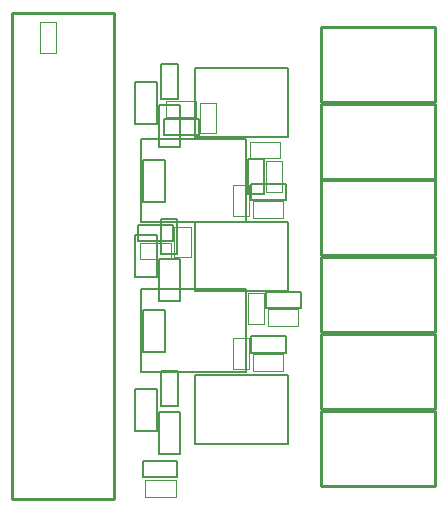
<source format=gbr>
G04*
G04 #@! TF.GenerationSoftware,Altium Limited,Altium Designer,24.10.1 (45)*
G04*
G04 Layer_Color=32768*
%FSLAX44Y44*%
%MOMM*%
G71*
G04*
G04 #@! TF.SameCoordinates,13406729-6A9E-4D45-95CC-4102649AE279*
G04*
G04*
G04 #@! TF.FilePolarity,Positive*
G04*
G01*
G75*
%ADD11C,0.1000*%
%ADD12C,0.1270*%
%ADD13C,0.2540*%
D11*
X119500Y46340D02*
Y60340D01*
Y46340D02*
X145500D01*
Y60340D01*
X119500D02*
X145500D01*
X30300Y422000D02*
Y448000D01*
Y422000D02*
X44300D01*
Y448000D01*
X30300D02*
X44300D01*
X165700Y354000D02*
Y380000D01*
Y354000D02*
X179700D01*
X179700Y380000D01*
X165700D02*
X179700D01*
X206360Y192600D02*
X220360D01*
X206360D02*
Y218600D01*
X220360D01*
Y192600D02*
Y218600D01*
X136860Y367500D02*
X162860D01*
X162860Y381500D02*
X162860Y367500D01*
X136860Y381500D02*
X162860D01*
X136860D02*
X136860Y367500D01*
X223220Y205100D02*
X249220D01*
X223220Y191100D02*
Y205100D01*
Y191100D02*
X249220D01*
Y205100D01*
X207980Y347100D02*
X233980D01*
X207980Y333100D02*
X207980Y347100D01*
X207980Y333100D02*
X233980D01*
X233980Y347100D01*
X193660Y154640D02*
X207660D01*
Y180640D01*
X193660D02*
X207660D01*
X193660Y154640D02*
Y180640D01*
X221480Y304500D02*
X235480D01*
X221480D02*
Y330500D01*
X235480D01*
Y304500D02*
Y330500D01*
X210520Y153140D02*
X236520D01*
X210520D02*
Y167140D01*
X236520D01*
X236520Y153140D01*
X193660Y284180D02*
Y310180D01*
X207660D01*
Y284180D02*
Y310180D01*
X193660Y284180D02*
X207660D01*
X236520Y282680D02*
Y296680D01*
X210520D02*
X236520D01*
X210520Y282680D02*
Y296680D01*
Y282680D02*
X236520D01*
X158130Y249000D02*
Y275000D01*
X144130D02*
X158130D01*
X144130Y249000D02*
Y275000D01*
Y249000D02*
X158130D01*
X115270Y247500D02*
X141270Y247500D01*
Y261500D01*
X115270D02*
X141270D01*
X115270Y247500D02*
X115270Y261500D01*
D12*
X161690Y90790D02*
X240640D01*
X161690D02*
Y149210D01*
X240640D01*
Y90790D02*
Y149210D01*
X115550Y152210D02*
X115550Y222060D01*
X115550Y152210D02*
X204450D01*
X204450Y222060D02*
X204450Y152210D01*
X115550Y222060D02*
X204450D01*
X136144Y169070D02*
Y204630D01*
X117856Y169070D02*
X136144D01*
X117856D02*
Y204630D01*
X136144D01*
X146732Y62992D02*
Y76708D01*
X117268Y76708D02*
X146732Y76708D01*
X117268Y76708D02*
X117268Y62992D01*
X146732D01*
X110856Y397780D02*
X129144D01*
X110856Y362220D02*
Y397780D01*
Y362220D02*
X129144D01*
X129144Y397780D02*
X129144Y362220D01*
X133142Y383268D02*
X146858D01*
X146858Y412732D02*
X146858Y383268D01*
X133142Y412732D02*
X146858D01*
X133142Y383268D02*
Y412732D01*
X130856Y342220D02*
Y377780D01*
X149144D01*
Y342220D02*
Y377780D01*
X130856Y342220D02*
X149144D01*
X132842Y251968D02*
Y281432D01*
X146558D01*
X146558Y251968D01*
X132842D02*
X146558D01*
X110856Y267780D02*
X129144D01*
X110856D02*
X110856Y232220D01*
X129144D01*
Y267780D01*
X130856Y247780D02*
X130856Y212220D01*
X130856Y247780D02*
X149144D01*
Y212220D02*
Y247780D01*
X130856Y212220D02*
X149144Y212220D01*
X133142Y123268D02*
Y152732D01*
X146858D01*
Y123268D02*
Y152732D01*
X133142Y123268D02*
X146858Y123268D01*
X110856Y137780D02*
X129144D01*
X110856Y102220D02*
X110856Y137780D01*
X110856Y102220D02*
X129144D01*
X129144Y137780D02*
X129144Y102220D01*
X130856Y82220D02*
X149144D01*
Y117780D01*
X130856D02*
X149144D01*
X130856D02*
X130856Y82220D01*
X136144Y331280D02*
X136144Y295720D01*
X117856D02*
X136144D01*
X117856D02*
Y331280D01*
X136144Y331280D01*
X135128Y366358D02*
X164592Y366358D01*
X135128Y366358D02*
X135128Y352642D01*
X164592Y352642D01*
X164592Y366358D02*
X164592Y352642D01*
X221488Y206242D02*
X250952Y206242D01*
Y219958D01*
X221488D02*
X250952D01*
X221488Y206242D02*
Y219958D01*
X206622Y332232D02*
X220338D01*
X220338Y302768D02*
X220338Y332232D01*
X206622Y302768D02*
X220338D01*
X206622Y332232D02*
X206622Y302768D01*
X208788Y168402D02*
Y182118D01*
Y168402D02*
X238252Y168402D01*
X238252Y182118D02*
X238252Y168402D01*
X208788Y182118D02*
X238252Y182118D01*
X208788Y311538D02*
X238252D01*
Y297822D02*
Y311538D01*
X208788Y297822D02*
X238252D01*
X208788D02*
Y311538D01*
X143002Y262642D02*
Y276358D01*
X113538Y262642D02*
X143002Y262642D01*
X113538Y262642D02*
Y276358D01*
X143002Y276358D01*
X115550Y349060D02*
X204450D01*
X204450Y279210D01*
X115550D02*
X204450D01*
X115550D02*
X115550Y349060D01*
X161690Y350790D02*
X240640D01*
X161690D02*
Y409210D01*
X240640D01*
Y350790D02*
Y409210D01*
X161690Y220790D02*
X240640Y220790D01*
X161690Y220790D02*
Y279210D01*
X240640Y279210D01*
Y220790D02*
Y279210D01*
D13*
X268490Y184250D02*
X365010D01*
Y120750D02*
Y184250D01*
X268490Y120750D02*
X365010D01*
X268500D02*
Y184250D01*
X6820Y455740D02*
X93180D01*
Y44260D02*
Y455740D01*
X6820Y44260D02*
X93180D01*
X6820D02*
Y455740D01*
X268500Y315750D02*
Y379250D01*
X268490Y315750D02*
X365010D01*
Y379250D01*
X268490D02*
X365010D01*
X268500Y380750D02*
Y444250D01*
X268490Y380750D02*
X365010D01*
Y444250D01*
X268490D02*
X365010D01*
X268500Y185750D02*
Y249250D01*
X268490Y185750D02*
X365010D01*
Y249250D01*
X268490D02*
X365010D01*
X268490Y314250D02*
X365010D01*
Y250750D02*
Y314250D01*
X268490Y250750D02*
X365010D01*
X268500D02*
Y314250D01*
Y55750D02*
Y119250D01*
X268490Y55750D02*
X365010D01*
Y119250D01*
X268490D02*
X365010D01*
M02*

</source>
